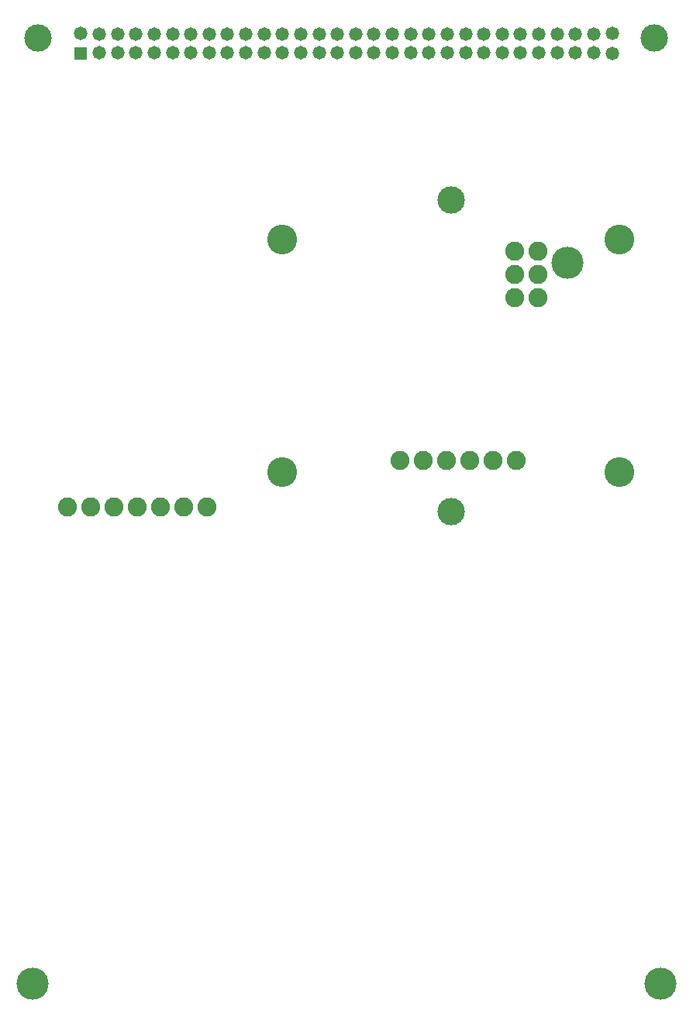
<source format=gbs>
G75*
%MOIN*%
%OFA0B0*%
%FSLAX25Y25*%
%IPPOS*%
%LPD*%
%AMOC8*
5,1,8,0,0,1.08239X$1,22.5*
%
%ADD10C,0.13800*%
%ADD11C,0.08200*%
%ADD12C,0.12800*%
%ADD13C,0.11800*%
%ADD14R,0.05820X0.05820*%
%ADD15C,0.05820*%
D10*
X0153333Y0120000D03*
X0383333Y0430000D03*
X0423333Y0120000D03*
D11*
X0361333Y0345000D03*
X0351333Y0345000D03*
X0341333Y0345000D03*
X0331333Y0345000D03*
X0321333Y0345000D03*
X0311333Y0345000D03*
X0360833Y0415000D03*
X0360833Y0425000D03*
X0360833Y0435000D03*
X0370833Y0435000D03*
X0370833Y0425000D03*
X0370833Y0415000D03*
X0228333Y0325000D03*
X0218333Y0325000D03*
X0208333Y0325000D03*
X0198333Y0325000D03*
X0188333Y0325000D03*
X0178333Y0325000D03*
X0168333Y0325000D03*
D12*
X0260833Y0340000D03*
X0260833Y0440000D03*
X0405833Y0440000D03*
X0405833Y0340000D03*
D13*
X0333333Y0323000D03*
X0333333Y0457000D03*
X0420833Y0526600D03*
X0155833Y0526600D03*
D14*
X0174160Y0519921D03*
D15*
X0182034Y0520315D03*
X0182034Y0528189D03*
X0174160Y0528583D03*
X0189908Y0528189D03*
X0189908Y0520315D03*
X0197782Y0520315D03*
X0197782Y0528189D03*
X0205656Y0528189D03*
X0205656Y0520315D03*
X0213530Y0520315D03*
X0213530Y0528189D03*
X0221404Y0528189D03*
X0221404Y0520315D03*
X0229278Y0520315D03*
X0229278Y0528189D03*
X0237152Y0528189D03*
X0237152Y0520315D03*
X0245026Y0520315D03*
X0245026Y0528189D03*
X0252900Y0528189D03*
X0252900Y0520315D03*
X0260774Y0520315D03*
X0260774Y0528189D03*
X0268648Y0528189D03*
X0268648Y0520315D03*
X0276522Y0520315D03*
X0276522Y0528189D03*
X0284396Y0528189D03*
X0284396Y0520315D03*
X0292270Y0520315D03*
X0292270Y0528189D03*
X0300144Y0528189D03*
X0300144Y0520315D03*
X0308018Y0520315D03*
X0308018Y0528189D03*
X0315892Y0528189D03*
X0315892Y0520315D03*
X0323766Y0520315D03*
X0323766Y0528189D03*
X0331640Y0528189D03*
X0331640Y0520315D03*
X0339514Y0520315D03*
X0339514Y0528189D03*
X0347388Y0528189D03*
X0347388Y0520315D03*
X0355262Y0520315D03*
X0355262Y0528189D03*
X0363136Y0528189D03*
X0363136Y0520315D03*
X0371010Y0520315D03*
X0371010Y0528189D03*
X0378885Y0528189D03*
X0378885Y0520315D03*
X0386759Y0520315D03*
X0386759Y0528189D03*
X0394633Y0528189D03*
X0394633Y0520315D03*
X0402507Y0519921D03*
X0402507Y0528583D03*
M02*

</source>
